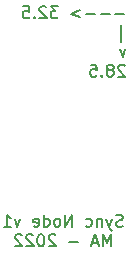
<source format=gbo>
G04 #@! TF.GenerationSoftware,KiCad,Pcbnew,(5.1.10)-1*
G04 #@! TF.CreationDate,2022-02-22T13:09:22-08:00*
G04 #@! TF.ProjectId,ros_sync_node,726f735f-7379-46e6-935f-6e6f64652e6b,rev?*
G04 #@! TF.SameCoordinates,Original*
G04 #@! TF.FileFunction,Legend,Bot*
G04 #@! TF.FilePolarity,Positive*
%FSLAX46Y46*%
G04 Gerber Fmt 4.6, Leading zero omitted, Abs format (unit mm)*
G04 Created by KiCad (PCBNEW (5.1.10)-1) date 2022-02-22 13:09:22*
%MOMM*%
%LPD*%
G01*
G04 APERTURE LIST*
%ADD10C,0.150000*%
%ADD11C,3.200000*%
%ADD12O,1.700000X1.700000*%
%ADD13R,1.700000X1.700000*%
%ADD14C,1.524000*%
G04 APERTURE END LIST*
D10*
X170023809Y-85579761D02*
X169880952Y-85627380D01*
X169642857Y-85627380D01*
X169547619Y-85579761D01*
X169500000Y-85532142D01*
X169452380Y-85436904D01*
X169452380Y-85341666D01*
X169500000Y-85246428D01*
X169547619Y-85198809D01*
X169642857Y-85151190D01*
X169833333Y-85103571D01*
X169928571Y-85055952D01*
X169976190Y-85008333D01*
X170023809Y-84913095D01*
X170023809Y-84817857D01*
X169976190Y-84722619D01*
X169928571Y-84675000D01*
X169833333Y-84627380D01*
X169595238Y-84627380D01*
X169452380Y-84675000D01*
X169119047Y-84960714D02*
X168880952Y-85627380D01*
X168642857Y-84960714D02*
X168880952Y-85627380D01*
X168976190Y-85865476D01*
X169023809Y-85913095D01*
X169119047Y-85960714D01*
X168261904Y-84960714D02*
X168261904Y-85627380D01*
X168261904Y-85055952D02*
X168214285Y-85008333D01*
X168119047Y-84960714D01*
X167976190Y-84960714D01*
X167880952Y-85008333D01*
X167833333Y-85103571D01*
X167833333Y-85627380D01*
X166928571Y-85579761D02*
X167023809Y-85627380D01*
X167214285Y-85627380D01*
X167309523Y-85579761D01*
X167357142Y-85532142D01*
X167404761Y-85436904D01*
X167404761Y-85151190D01*
X167357142Y-85055952D01*
X167309523Y-85008333D01*
X167214285Y-84960714D01*
X167023809Y-84960714D01*
X166928571Y-85008333D01*
X165738095Y-85627380D02*
X165738095Y-84627380D01*
X165166666Y-85627380D01*
X165166666Y-84627380D01*
X164547619Y-85627380D02*
X164642857Y-85579761D01*
X164690476Y-85532142D01*
X164738095Y-85436904D01*
X164738095Y-85151190D01*
X164690476Y-85055952D01*
X164642857Y-85008333D01*
X164547619Y-84960714D01*
X164404761Y-84960714D01*
X164309523Y-85008333D01*
X164261904Y-85055952D01*
X164214285Y-85151190D01*
X164214285Y-85436904D01*
X164261904Y-85532142D01*
X164309523Y-85579761D01*
X164404761Y-85627380D01*
X164547619Y-85627380D01*
X163357142Y-85627380D02*
X163357142Y-84627380D01*
X163357142Y-85579761D02*
X163452380Y-85627380D01*
X163642857Y-85627380D01*
X163738095Y-85579761D01*
X163785714Y-85532142D01*
X163833333Y-85436904D01*
X163833333Y-85151190D01*
X163785714Y-85055952D01*
X163738095Y-85008333D01*
X163642857Y-84960714D01*
X163452380Y-84960714D01*
X163357142Y-85008333D01*
X162500000Y-85579761D02*
X162595238Y-85627380D01*
X162785714Y-85627380D01*
X162880952Y-85579761D01*
X162928571Y-85484523D01*
X162928571Y-85103571D01*
X162880952Y-85008333D01*
X162785714Y-84960714D01*
X162595238Y-84960714D01*
X162500000Y-85008333D01*
X162452380Y-85103571D01*
X162452380Y-85198809D01*
X162928571Y-85294047D01*
X161357142Y-84960714D02*
X161119047Y-85627380D01*
X160880952Y-84960714D01*
X159976190Y-85627380D02*
X160547619Y-85627380D01*
X160261904Y-85627380D02*
X160261904Y-84627380D01*
X160357142Y-84770238D01*
X160452380Y-84865476D01*
X160547619Y-84913095D01*
X169047619Y-87277380D02*
X169047619Y-86277380D01*
X168714285Y-86991666D01*
X168380952Y-86277380D01*
X168380952Y-87277380D01*
X167952380Y-86991666D02*
X167476190Y-86991666D01*
X168047619Y-87277380D02*
X167714285Y-86277380D01*
X167380952Y-87277380D01*
X166285714Y-86896428D02*
X165523809Y-86896428D01*
X164333333Y-86372619D02*
X164285714Y-86325000D01*
X164190476Y-86277380D01*
X163952380Y-86277380D01*
X163857142Y-86325000D01*
X163809523Y-86372619D01*
X163761904Y-86467857D01*
X163761904Y-86563095D01*
X163809523Y-86705952D01*
X164380952Y-87277380D01*
X163761904Y-87277380D01*
X163142857Y-86277380D02*
X163047619Y-86277380D01*
X162952380Y-86325000D01*
X162904761Y-86372619D01*
X162857142Y-86467857D01*
X162809523Y-86658333D01*
X162809523Y-86896428D01*
X162857142Y-87086904D01*
X162904761Y-87182142D01*
X162952380Y-87229761D01*
X163047619Y-87277380D01*
X163142857Y-87277380D01*
X163238095Y-87229761D01*
X163285714Y-87182142D01*
X163333333Y-87086904D01*
X163380952Y-86896428D01*
X163380952Y-86658333D01*
X163333333Y-86467857D01*
X163285714Y-86372619D01*
X163238095Y-86325000D01*
X163142857Y-86277380D01*
X162428571Y-86372619D02*
X162380952Y-86325000D01*
X162285714Y-86277380D01*
X162047619Y-86277380D01*
X161952380Y-86325000D01*
X161904761Y-86372619D01*
X161857142Y-86467857D01*
X161857142Y-86563095D01*
X161904761Y-86705952D01*
X162476190Y-87277380D01*
X161857142Y-87277380D01*
X161476190Y-86372619D02*
X161428571Y-86325000D01*
X161333333Y-86277380D01*
X161095238Y-86277380D01*
X161000000Y-86325000D01*
X160952380Y-86372619D01*
X160904761Y-86467857D01*
X160904761Y-86563095D01*
X160952380Y-86705952D01*
X161523809Y-87277380D01*
X160904761Y-87277380D01*
X170164404Y-67596428D02*
X169402500Y-67596428D01*
X168926309Y-67596428D02*
X168164404Y-67596428D01*
X167688214Y-67596428D02*
X166926309Y-67596428D01*
X166450119Y-67310714D02*
X165688214Y-67596428D01*
X166450119Y-67882142D01*
X164545357Y-66977380D02*
X163926309Y-66977380D01*
X164259642Y-67358333D01*
X164116785Y-67358333D01*
X164021547Y-67405952D01*
X163973928Y-67453571D01*
X163926309Y-67548809D01*
X163926309Y-67786904D01*
X163973928Y-67882142D01*
X164021547Y-67929761D01*
X164116785Y-67977380D01*
X164402500Y-67977380D01*
X164497738Y-67929761D01*
X164545357Y-67882142D01*
X163545357Y-67072619D02*
X163497738Y-67025000D01*
X163402500Y-66977380D01*
X163164404Y-66977380D01*
X163069166Y-67025000D01*
X163021547Y-67072619D01*
X162973928Y-67167857D01*
X162973928Y-67263095D01*
X163021547Y-67405952D01*
X163592976Y-67977380D01*
X162973928Y-67977380D01*
X162545357Y-67882142D02*
X162497738Y-67929761D01*
X162545357Y-67977380D01*
X162592976Y-67929761D01*
X162545357Y-67882142D01*
X162545357Y-67977380D01*
X161592976Y-66977380D02*
X162069166Y-66977380D01*
X162116785Y-67453571D01*
X162069166Y-67405952D01*
X161973928Y-67358333D01*
X161735833Y-67358333D01*
X161640595Y-67405952D01*
X161592976Y-67453571D01*
X161545357Y-67548809D01*
X161545357Y-67786904D01*
X161592976Y-67882142D01*
X161640595Y-67929761D01*
X161735833Y-67977380D01*
X161973928Y-67977380D01*
X162069166Y-67929761D01*
X162116785Y-67882142D01*
X169926309Y-69960714D02*
X169926309Y-68532142D01*
X170259642Y-70610714D02*
X170021547Y-71277380D01*
X169783452Y-70610714D01*
X170212023Y-72022619D02*
X170164404Y-71975000D01*
X170069166Y-71927380D01*
X169831071Y-71927380D01*
X169735833Y-71975000D01*
X169688214Y-72022619D01*
X169640595Y-72117857D01*
X169640595Y-72213095D01*
X169688214Y-72355952D01*
X170259642Y-72927380D01*
X169640595Y-72927380D01*
X169069166Y-72355952D02*
X169164404Y-72308333D01*
X169212023Y-72260714D01*
X169259642Y-72165476D01*
X169259642Y-72117857D01*
X169212023Y-72022619D01*
X169164404Y-71975000D01*
X169069166Y-71927380D01*
X168878690Y-71927380D01*
X168783452Y-71975000D01*
X168735833Y-72022619D01*
X168688214Y-72117857D01*
X168688214Y-72165476D01*
X168735833Y-72260714D01*
X168783452Y-72308333D01*
X168878690Y-72355952D01*
X169069166Y-72355952D01*
X169164404Y-72403571D01*
X169212023Y-72451190D01*
X169259642Y-72546428D01*
X169259642Y-72736904D01*
X169212023Y-72832142D01*
X169164404Y-72879761D01*
X169069166Y-72927380D01*
X168878690Y-72927380D01*
X168783452Y-72879761D01*
X168735833Y-72832142D01*
X168688214Y-72736904D01*
X168688214Y-72546428D01*
X168735833Y-72451190D01*
X168783452Y-72403571D01*
X168878690Y-72355952D01*
X168259642Y-72832142D02*
X168212023Y-72879761D01*
X168259642Y-72927380D01*
X168307261Y-72879761D01*
X168259642Y-72832142D01*
X168259642Y-72927380D01*
X167307261Y-71927380D02*
X167783452Y-71927380D01*
X167831071Y-72403571D01*
X167783452Y-72355952D01*
X167688214Y-72308333D01*
X167450119Y-72308333D01*
X167354880Y-72355952D01*
X167307261Y-72403571D01*
X167259642Y-72498809D01*
X167259642Y-72736904D01*
X167307261Y-72832142D01*
X167354880Y-72879761D01*
X167450119Y-72927380D01*
X167688214Y-72927380D01*
X167783452Y-72879761D01*
X167831071Y-72832142D01*
%LPC*%
D11*
X146500000Y-99500000D03*
X146500000Y-71000000D03*
X179000000Y-99500000D03*
X179000000Y-71000000D03*
D12*
X153000000Y-88300000D03*
X153000000Y-85760000D03*
D13*
X153000000Y-83220000D03*
D12*
X153000000Y-75600000D03*
X153000000Y-73060000D03*
D13*
X153000000Y-70520000D03*
D14*
X172920000Y-75460001D03*
X172920000Y-78000001D03*
X172920000Y-80540001D03*
X172920000Y-83080001D03*
X172920000Y-85620001D03*
X172920000Y-88160001D03*
X172920000Y-90700001D03*
X170380000Y-90700001D03*
X172920000Y-70380001D03*
X172920000Y-72920001D03*
X167840000Y-90700001D03*
X165300000Y-90700001D03*
X162760000Y-90700001D03*
X160220000Y-90700001D03*
X157680000Y-90700001D03*
X157680000Y-88160001D03*
X157680000Y-85620001D03*
X157680000Y-83080001D03*
X157680000Y-80540001D03*
X157680000Y-78000001D03*
X157680000Y-75460001D03*
X157680000Y-72920001D03*
X157680000Y-70380001D03*
D12*
X167840000Y-100000000D03*
X167840000Y-97460000D03*
D13*
X167840000Y-94920000D03*
D12*
X162760000Y-100000000D03*
X162760000Y-97460000D03*
D13*
X162760000Y-94920000D03*
D12*
X157680000Y-100000000D03*
X157680000Y-97460000D03*
D13*
X157680000Y-94920000D03*
D12*
X170380000Y-100000000D03*
X170380000Y-97460000D03*
D13*
X170380000Y-94920000D03*
D12*
X160220000Y-100000000D03*
X160220000Y-97460000D03*
D13*
X160220000Y-94920000D03*
D12*
X155140000Y-100000000D03*
X155140000Y-97460000D03*
D13*
X155140000Y-94920000D03*
D12*
X172920000Y-100000000D03*
X172920000Y-97460000D03*
D13*
X172920000Y-94920000D03*
D12*
X165300000Y-100000000D03*
X165300000Y-97460000D03*
D13*
X165300000Y-94920000D03*
D12*
X152600000Y-100000000D03*
X152600000Y-97460000D03*
D13*
X152600000Y-94920000D03*
M02*

</source>
